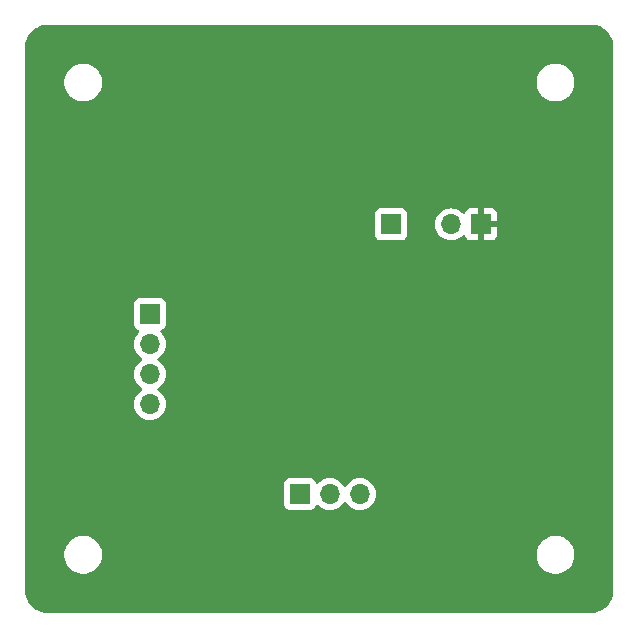
<source format=gbr>
%TF.GenerationSoftware,KiCad,Pcbnew,8.0.6*%
%TF.CreationDate,2024-12-20T03:38:08-05:00*%
%TF.ProjectId,MAX5719_breakout,4d415835-3731-4395-9f62-7265616b6f75,rev?*%
%TF.SameCoordinates,Original*%
%TF.FileFunction,Copper,L2,Bot*%
%TF.FilePolarity,Positive*%
%FSLAX46Y46*%
G04 Gerber Fmt 4.6, Leading zero omitted, Abs format (unit mm)*
G04 Created by KiCad (PCBNEW 8.0.6) date 2024-12-20 03:38:08*
%MOMM*%
%LPD*%
G01*
G04 APERTURE LIST*
%TA.AperFunction,ComponentPad*%
%ADD10R,1.700000X1.700000*%
%TD*%
%TA.AperFunction,ComponentPad*%
%ADD11O,1.700000X1.700000*%
%TD*%
G04 APERTURE END LIST*
D10*
%TO.P,J4,1,Pin_1*%
%TO.N,CS*%
X144399000Y-110617000D03*
D11*
%TO.P,J4,2,Pin_2*%
%TO.N,SCLK*%
X144399000Y-113157000D03*
%TO.P,J4,3,Pin_3*%
%TO.N,MOSI*%
X144399000Y-115697000D03*
%TO.P,J4,4,Pin_4*%
%TO.N,LDAC*%
X144399000Y-118237000D03*
%TD*%
D10*
%TO.P,J3,1,Pin_1*%
%TO.N,OE\u002A*%
X157099000Y-125857000D03*
D11*
%TO.P,J3,2,Pin_2*%
%TO.N,5vL*%
X159639000Y-125857000D03*
%TO.P,J3,3,Pin_3*%
%TO.N,DIR*%
X162179000Y-125857000D03*
%TD*%
D10*
%TO.P,J2,1,Pin_1*%
%TO.N,GND*%
X172440000Y-103010000D03*
D11*
%TO.P,J2,2,Pin_2*%
%TO.N,5vA*%
X169900000Y-103010000D03*
%TD*%
D10*
%TO.P,J1,1,Pin_1*%
%TO.N,AOUT*%
X164820000Y-103010000D03*
%TD*%
%TA.AperFunction,Conductor*%
%TO.N,GND*%
G36*
X181754042Y-86100765D02*
G01*
X181778041Y-86102337D01*
X181989839Y-86116219D01*
X182005900Y-86118334D01*
X182233662Y-86163639D01*
X182249316Y-86167834D01*
X182469218Y-86242481D01*
X182484189Y-86248682D01*
X182681453Y-86345961D01*
X182692460Y-86351390D01*
X182706506Y-86359500D01*
X182899583Y-86488509D01*
X182912452Y-86498383D01*
X183087038Y-86651492D01*
X183098507Y-86662961D01*
X183251616Y-86837547D01*
X183261490Y-86850416D01*
X183390499Y-87043493D01*
X183398609Y-87057539D01*
X183501314Y-87265803D01*
X183507521Y-87280788D01*
X183582163Y-87500676D01*
X183586361Y-87516343D01*
X183631663Y-87744087D01*
X183633781Y-87760169D01*
X183649235Y-87995956D01*
X183649500Y-88004066D01*
X183649500Y-133995933D01*
X183649235Y-134004043D01*
X183633781Y-134239830D01*
X183631663Y-134255912D01*
X183586361Y-134483656D01*
X183582163Y-134499323D01*
X183507521Y-134719211D01*
X183501314Y-134734196D01*
X183398609Y-134942460D01*
X183390499Y-134956506D01*
X183261490Y-135149583D01*
X183251616Y-135162452D01*
X183098507Y-135337038D01*
X183087038Y-135348507D01*
X182912452Y-135501616D01*
X182899583Y-135511490D01*
X182706506Y-135640499D01*
X182692460Y-135648609D01*
X182484196Y-135751314D01*
X182469211Y-135757521D01*
X182249323Y-135832163D01*
X182233656Y-135836361D01*
X182005912Y-135881663D01*
X181989830Y-135883781D01*
X181754043Y-135899235D01*
X181745933Y-135899500D01*
X135754067Y-135899500D01*
X135745957Y-135899235D01*
X135510169Y-135883781D01*
X135494087Y-135881663D01*
X135266343Y-135836361D01*
X135250676Y-135832163D01*
X135030788Y-135757521D01*
X135015803Y-135751314D01*
X134807539Y-135648609D01*
X134793493Y-135640499D01*
X134600416Y-135511490D01*
X134587547Y-135501616D01*
X134412961Y-135348507D01*
X134401492Y-135337038D01*
X134248383Y-135162452D01*
X134238509Y-135149583D01*
X134109500Y-134956506D01*
X134101390Y-134942460D01*
X134095749Y-134931021D01*
X133998682Y-134734189D01*
X133992481Y-134719218D01*
X133917834Y-134499316D01*
X133913638Y-134483656D01*
X133868334Y-134255900D01*
X133866219Y-134239839D01*
X133850765Y-134004042D01*
X133850500Y-133995933D01*
X133850500Y-130874038D01*
X137149500Y-130874038D01*
X137149500Y-131125961D01*
X137188910Y-131374785D01*
X137266760Y-131614383D01*
X137381132Y-131838848D01*
X137529201Y-132042649D01*
X137529205Y-132042654D01*
X137707345Y-132220794D01*
X137707350Y-132220798D01*
X137885117Y-132349952D01*
X137911155Y-132368870D01*
X138054184Y-132441747D01*
X138135616Y-132483239D01*
X138135618Y-132483239D01*
X138135621Y-132483241D01*
X138375215Y-132561090D01*
X138624038Y-132600500D01*
X138624039Y-132600500D01*
X138875961Y-132600500D01*
X138875962Y-132600500D01*
X139124785Y-132561090D01*
X139364379Y-132483241D01*
X139588845Y-132368870D01*
X139792656Y-132220793D01*
X139970793Y-132042656D01*
X140118870Y-131838845D01*
X140233241Y-131614379D01*
X140311090Y-131374785D01*
X140350500Y-131125962D01*
X140350500Y-130874038D01*
X177149500Y-130874038D01*
X177149500Y-131125961D01*
X177188910Y-131374785D01*
X177266760Y-131614383D01*
X177381132Y-131838848D01*
X177529201Y-132042649D01*
X177529205Y-132042654D01*
X177707345Y-132220794D01*
X177707350Y-132220798D01*
X177885117Y-132349952D01*
X177911155Y-132368870D01*
X178054184Y-132441747D01*
X178135616Y-132483239D01*
X178135618Y-132483239D01*
X178135621Y-132483241D01*
X178375215Y-132561090D01*
X178624038Y-132600500D01*
X178624039Y-132600500D01*
X178875961Y-132600500D01*
X178875962Y-132600500D01*
X179124785Y-132561090D01*
X179364379Y-132483241D01*
X179588845Y-132368870D01*
X179792656Y-132220793D01*
X179970793Y-132042656D01*
X180118870Y-131838845D01*
X180233241Y-131614379D01*
X180311090Y-131374785D01*
X180350500Y-131125962D01*
X180350500Y-130874038D01*
X180311090Y-130625215D01*
X180233241Y-130385621D01*
X180233239Y-130385618D01*
X180233239Y-130385616D01*
X180191747Y-130304184D01*
X180118870Y-130161155D01*
X180099952Y-130135117D01*
X179970798Y-129957350D01*
X179970794Y-129957345D01*
X179792654Y-129779205D01*
X179792649Y-129779201D01*
X179588848Y-129631132D01*
X179588847Y-129631131D01*
X179588845Y-129631130D01*
X179518747Y-129595413D01*
X179364383Y-129516760D01*
X179124785Y-129438910D01*
X178875962Y-129399500D01*
X178624038Y-129399500D01*
X178499626Y-129419205D01*
X178375214Y-129438910D01*
X178135616Y-129516760D01*
X177911151Y-129631132D01*
X177707350Y-129779201D01*
X177707345Y-129779205D01*
X177529205Y-129957345D01*
X177529201Y-129957350D01*
X177381132Y-130161151D01*
X177266760Y-130385616D01*
X177188910Y-130625214D01*
X177149500Y-130874038D01*
X140350500Y-130874038D01*
X140311090Y-130625215D01*
X140233241Y-130385621D01*
X140233239Y-130385618D01*
X140233239Y-130385616D01*
X140191747Y-130304184D01*
X140118870Y-130161155D01*
X140099952Y-130135117D01*
X139970798Y-129957350D01*
X139970794Y-129957345D01*
X139792654Y-129779205D01*
X139792649Y-129779201D01*
X139588848Y-129631132D01*
X139588847Y-129631131D01*
X139588845Y-129631130D01*
X139518747Y-129595413D01*
X139364383Y-129516760D01*
X139124785Y-129438910D01*
X138875962Y-129399500D01*
X138624038Y-129399500D01*
X138499626Y-129419205D01*
X138375214Y-129438910D01*
X138135616Y-129516760D01*
X137911151Y-129631132D01*
X137707350Y-129779201D01*
X137707345Y-129779205D01*
X137529205Y-129957345D01*
X137529201Y-129957350D01*
X137381132Y-130161151D01*
X137266760Y-130385616D01*
X137188910Y-130625214D01*
X137149500Y-130874038D01*
X133850500Y-130874038D01*
X133850500Y-124959135D01*
X155748500Y-124959135D01*
X155748500Y-126754870D01*
X155748501Y-126754876D01*
X155754908Y-126814483D01*
X155805202Y-126949328D01*
X155805206Y-126949335D01*
X155891452Y-127064544D01*
X155891455Y-127064547D01*
X156006664Y-127150793D01*
X156006671Y-127150797D01*
X156141517Y-127201091D01*
X156141516Y-127201091D01*
X156148444Y-127201835D01*
X156201127Y-127207500D01*
X157996872Y-127207499D01*
X158056483Y-127201091D01*
X158191331Y-127150796D01*
X158306546Y-127064546D01*
X158392796Y-126949331D01*
X158441810Y-126817916D01*
X158483681Y-126761984D01*
X158549145Y-126737566D01*
X158617418Y-126752417D01*
X158645673Y-126773569D01*
X158767599Y-126895495D01*
X158864384Y-126963265D01*
X158961165Y-127031032D01*
X158961167Y-127031033D01*
X158961170Y-127031035D01*
X159175337Y-127130903D01*
X159403592Y-127192063D01*
X159580034Y-127207500D01*
X159638999Y-127212659D01*
X159639000Y-127212659D01*
X159639001Y-127212659D01*
X159697966Y-127207500D01*
X159874408Y-127192063D01*
X160102663Y-127130903D01*
X160316830Y-127031035D01*
X160510401Y-126895495D01*
X160677495Y-126728401D01*
X160807425Y-126542842D01*
X160862002Y-126499217D01*
X160931500Y-126492023D01*
X160993855Y-126523546D01*
X161010575Y-126542842D01*
X161140500Y-126728395D01*
X161140505Y-126728401D01*
X161307599Y-126895495D01*
X161404384Y-126963265D01*
X161501165Y-127031032D01*
X161501167Y-127031033D01*
X161501170Y-127031035D01*
X161715337Y-127130903D01*
X161943592Y-127192063D01*
X162120034Y-127207500D01*
X162178999Y-127212659D01*
X162179000Y-127212659D01*
X162179001Y-127212659D01*
X162237966Y-127207500D01*
X162414408Y-127192063D01*
X162642663Y-127130903D01*
X162856830Y-127031035D01*
X163050401Y-126895495D01*
X163217495Y-126728401D01*
X163353035Y-126534830D01*
X163452903Y-126320663D01*
X163514063Y-126092408D01*
X163534659Y-125857000D01*
X163514063Y-125621592D01*
X163452903Y-125393337D01*
X163353035Y-125179171D01*
X163347425Y-125171158D01*
X163217494Y-124985597D01*
X163050402Y-124818506D01*
X163050395Y-124818501D01*
X162856834Y-124682967D01*
X162856830Y-124682965D01*
X162856828Y-124682964D01*
X162642663Y-124583097D01*
X162642659Y-124583096D01*
X162642655Y-124583094D01*
X162414413Y-124521938D01*
X162414403Y-124521936D01*
X162179001Y-124501341D01*
X162178999Y-124501341D01*
X161943596Y-124521936D01*
X161943586Y-124521938D01*
X161715344Y-124583094D01*
X161715335Y-124583098D01*
X161501171Y-124682964D01*
X161501169Y-124682965D01*
X161307597Y-124818505D01*
X161140505Y-124985597D01*
X161010575Y-125171158D01*
X160955998Y-125214783D01*
X160886500Y-125221977D01*
X160824145Y-125190454D01*
X160807425Y-125171158D01*
X160677494Y-124985597D01*
X160510402Y-124818506D01*
X160510395Y-124818501D01*
X160316834Y-124682967D01*
X160316830Y-124682965D01*
X160316828Y-124682964D01*
X160102663Y-124583097D01*
X160102659Y-124583096D01*
X160102655Y-124583094D01*
X159874413Y-124521938D01*
X159874403Y-124521936D01*
X159639001Y-124501341D01*
X159638999Y-124501341D01*
X159403596Y-124521936D01*
X159403586Y-124521938D01*
X159175344Y-124583094D01*
X159175335Y-124583098D01*
X158961171Y-124682964D01*
X158961169Y-124682965D01*
X158767600Y-124818503D01*
X158645673Y-124940430D01*
X158584350Y-124973914D01*
X158514658Y-124968930D01*
X158458725Y-124927058D01*
X158441810Y-124896081D01*
X158392797Y-124764671D01*
X158392793Y-124764664D01*
X158306547Y-124649455D01*
X158306544Y-124649452D01*
X158191335Y-124563206D01*
X158191328Y-124563202D01*
X158056482Y-124512908D01*
X158056483Y-124512908D01*
X157996883Y-124506501D01*
X157996881Y-124506500D01*
X157996873Y-124506500D01*
X157996864Y-124506500D01*
X156201129Y-124506500D01*
X156201123Y-124506501D01*
X156141516Y-124512908D01*
X156006671Y-124563202D01*
X156006664Y-124563206D01*
X155891455Y-124649452D01*
X155891452Y-124649455D01*
X155805206Y-124764664D01*
X155805202Y-124764671D01*
X155754908Y-124899517D01*
X155748501Y-124959116D01*
X155748500Y-124959135D01*
X133850500Y-124959135D01*
X133850500Y-113156999D01*
X143043341Y-113156999D01*
X143043341Y-113157000D01*
X143063936Y-113392403D01*
X143063938Y-113392413D01*
X143125094Y-113620655D01*
X143125096Y-113620659D01*
X143125097Y-113620663D01*
X143224965Y-113834830D01*
X143224967Y-113834834D01*
X143360501Y-114028395D01*
X143360506Y-114028402D01*
X143527597Y-114195493D01*
X143527603Y-114195498D01*
X143713158Y-114325425D01*
X143756783Y-114380002D01*
X143763977Y-114449500D01*
X143732454Y-114511855D01*
X143713158Y-114528575D01*
X143527597Y-114658505D01*
X143360505Y-114825597D01*
X143224965Y-115019169D01*
X143224964Y-115019171D01*
X143125098Y-115233335D01*
X143125094Y-115233344D01*
X143063938Y-115461586D01*
X143063936Y-115461596D01*
X143043341Y-115696999D01*
X143043341Y-115697000D01*
X143063936Y-115932403D01*
X143063938Y-115932413D01*
X143125094Y-116160655D01*
X143125096Y-116160659D01*
X143125097Y-116160663D01*
X143224965Y-116374830D01*
X143224967Y-116374834D01*
X143360501Y-116568395D01*
X143360506Y-116568402D01*
X143527597Y-116735493D01*
X143527603Y-116735498D01*
X143713158Y-116865425D01*
X143756783Y-116920002D01*
X143763977Y-116989500D01*
X143732454Y-117051855D01*
X143713158Y-117068575D01*
X143527597Y-117198505D01*
X143360505Y-117365597D01*
X143224965Y-117559169D01*
X143224964Y-117559171D01*
X143125098Y-117773335D01*
X143125094Y-117773344D01*
X143063938Y-118001586D01*
X143063936Y-118001596D01*
X143043341Y-118236999D01*
X143043341Y-118237000D01*
X143063936Y-118472403D01*
X143063938Y-118472413D01*
X143125094Y-118700655D01*
X143125096Y-118700659D01*
X143125097Y-118700663D01*
X143224965Y-118914830D01*
X143224967Y-118914834D01*
X143333281Y-119069521D01*
X143360505Y-119108401D01*
X143527599Y-119275495D01*
X143624384Y-119343265D01*
X143721165Y-119411032D01*
X143721167Y-119411033D01*
X143721170Y-119411035D01*
X143935337Y-119510903D01*
X144163592Y-119572063D01*
X144351918Y-119588539D01*
X144398999Y-119592659D01*
X144399000Y-119592659D01*
X144399001Y-119592659D01*
X144438234Y-119589226D01*
X144634408Y-119572063D01*
X144862663Y-119510903D01*
X145076830Y-119411035D01*
X145270401Y-119275495D01*
X145437495Y-119108401D01*
X145573035Y-118914830D01*
X145672903Y-118700663D01*
X145734063Y-118472408D01*
X145754659Y-118237000D01*
X145734063Y-118001592D01*
X145672903Y-117773337D01*
X145573035Y-117559171D01*
X145437495Y-117365599D01*
X145437494Y-117365597D01*
X145270402Y-117198506D01*
X145270396Y-117198501D01*
X145084842Y-117068575D01*
X145041217Y-117013998D01*
X145034023Y-116944500D01*
X145065546Y-116882145D01*
X145084842Y-116865425D01*
X145107026Y-116849891D01*
X145270401Y-116735495D01*
X145437495Y-116568401D01*
X145573035Y-116374830D01*
X145672903Y-116160663D01*
X145734063Y-115932408D01*
X145754659Y-115697000D01*
X145734063Y-115461592D01*
X145672903Y-115233337D01*
X145573035Y-115019171D01*
X145437495Y-114825599D01*
X145437494Y-114825597D01*
X145270402Y-114658506D01*
X145270396Y-114658501D01*
X145084842Y-114528575D01*
X145041217Y-114473998D01*
X145034023Y-114404500D01*
X145065546Y-114342145D01*
X145084842Y-114325425D01*
X145107026Y-114309891D01*
X145270401Y-114195495D01*
X145437495Y-114028401D01*
X145573035Y-113834830D01*
X145672903Y-113620663D01*
X145734063Y-113392408D01*
X145754659Y-113157000D01*
X145734063Y-112921592D01*
X145672903Y-112693337D01*
X145573035Y-112479171D01*
X145437495Y-112285599D01*
X145315567Y-112163671D01*
X145282084Y-112102351D01*
X145287068Y-112032659D01*
X145328939Y-111976725D01*
X145359915Y-111959810D01*
X145491331Y-111910796D01*
X145606546Y-111824546D01*
X145692796Y-111709331D01*
X145743091Y-111574483D01*
X145749500Y-111514873D01*
X145749499Y-109719128D01*
X145743091Y-109659517D01*
X145692796Y-109524669D01*
X145692795Y-109524668D01*
X145692793Y-109524664D01*
X145606547Y-109409455D01*
X145606544Y-109409452D01*
X145491335Y-109323206D01*
X145491328Y-109323202D01*
X145356482Y-109272908D01*
X145356483Y-109272908D01*
X145296883Y-109266501D01*
X145296881Y-109266500D01*
X145296873Y-109266500D01*
X145296864Y-109266500D01*
X143501129Y-109266500D01*
X143501123Y-109266501D01*
X143441516Y-109272908D01*
X143306671Y-109323202D01*
X143306664Y-109323206D01*
X143191455Y-109409452D01*
X143191452Y-109409455D01*
X143105206Y-109524664D01*
X143105202Y-109524671D01*
X143054908Y-109659517D01*
X143048501Y-109719116D01*
X143048501Y-109719123D01*
X143048500Y-109719135D01*
X143048500Y-111514870D01*
X143048501Y-111514876D01*
X143054908Y-111574483D01*
X143105202Y-111709328D01*
X143105206Y-111709335D01*
X143191452Y-111824544D01*
X143191455Y-111824547D01*
X143306664Y-111910793D01*
X143306671Y-111910797D01*
X143438081Y-111959810D01*
X143494015Y-112001681D01*
X143518432Y-112067145D01*
X143503580Y-112135418D01*
X143482430Y-112163673D01*
X143360503Y-112285600D01*
X143224965Y-112479169D01*
X143224964Y-112479171D01*
X143125098Y-112693335D01*
X143125094Y-112693344D01*
X143063938Y-112921586D01*
X143063936Y-112921596D01*
X143043341Y-113156999D01*
X133850500Y-113156999D01*
X133850500Y-102112135D01*
X163469500Y-102112135D01*
X163469500Y-103907870D01*
X163469501Y-103907876D01*
X163475908Y-103967483D01*
X163526202Y-104102328D01*
X163526206Y-104102335D01*
X163612452Y-104217544D01*
X163612455Y-104217547D01*
X163727664Y-104303793D01*
X163727671Y-104303797D01*
X163862517Y-104354091D01*
X163862516Y-104354091D01*
X163869444Y-104354835D01*
X163922127Y-104360500D01*
X165717872Y-104360499D01*
X165777483Y-104354091D01*
X165912331Y-104303796D01*
X166027546Y-104217546D01*
X166113796Y-104102331D01*
X166164091Y-103967483D01*
X166170500Y-103907873D01*
X166170499Y-103009999D01*
X168544341Y-103009999D01*
X168544341Y-103010000D01*
X168564936Y-103245403D01*
X168564938Y-103245413D01*
X168626094Y-103473655D01*
X168626096Y-103473659D01*
X168626097Y-103473663D01*
X168725965Y-103687830D01*
X168725967Y-103687834D01*
X168834281Y-103842521D01*
X168861505Y-103881401D01*
X169028599Y-104048495D01*
X169125384Y-104116265D01*
X169222165Y-104184032D01*
X169222167Y-104184033D01*
X169222170Y-104184035D01*
X169436337Y-104283903D01*
X169664592Y-104345063D01*
X169841034Y-104360500D01*
X169899999Y-104365659D01*
X169900000Y-104365659D01*
X169900001Y-104365659D01*
X169958966Y-104360500D01*
X170135408Y-104345063D01*
X170363663Y-104283903D01*
X170577830Y-104184035D01*
X170771401Y-104048495D01*
X170893717Y-103926178D01*
X170955036Y-103892696D01*
X171024728Y-103897680D01*
X171080662Y-103939551D01*
X171097577Y-103970528D01*
X171146646Y-104102088D01*
X171146649Y-104102093D01*
X171232809Y-104217187D01*
X171232812Y-104217190D01*
X171347906Y-104303350D01*
X171347913Y-104303354D01*
X171482620Y-104353596D01*
X171482627Y-104353598D01*
X171542155Y-104359999D01*
X171542172Y-104360000D01*
X172190000Y-104360000D01*
X172190000Y-103443012D01*
X172247007Y-103475925D01*
X172374174Y-103510000D01*
X172505826Y-103510000D01*
X172632993Y-103475925D01*
X172690000Y-103443012D01*
X172690000Y-104360000D01*
X173337828Y-104360000D01*
X173337844Y-104359999D01*
X173397372Y-104353598D01*
X173397379Y-104353596D01*
X173532086Y-104303354D01*
X173532093Y-104303350D01*
X173647187Y-104217190D01*
X173647190Y-104217187D01*
X173733350Y-104102093D01*
X173733354Y-104102086D01*
X173783596Y-103967379D01*
X173783598Y-103967372D01*
X173789999Y-103907844D01*
X173790000Y-103907827D01*
X173790000Y-103260000D01*
X172873012Y-103260000D01*
X172905925Y-103202993D01*
X172940000Y-103075826D01*
X172940000Y-102944174D01*
X172905925Y-102817007D01*
X172873012Y-102760000D01*
X173790000Y-102760000D01*
X173790000Y-102112172D01*
X173789999Y-102112155D01*
X173783598Y-102052627D01*
X173783596Y-102052620D01*
X173733354Y-101917913D01*
X173733350Y-101917906D01*
X173647190Y-101802812D01*
X173647187Y-101802809D01*
X173532093Y-101716649D01*
X173532086Y-101716645D01*
X173397379Y-101666403D01*
X173397372Y-101666401D01*
X173337844Y-101660000D01*
X172690000Y-101660000D01*
X172690000Y-102576988D01*
X172632993Y-102544075D01*
X172505826Y-102510000D01*
X172374174Y-102510000D01*
X172247007Y-102544075D01*
X172190000Y-102576988D01*
X172190000Y-101660000D01*
X171542155Y-101660000D01*
X171482627Y-101666401D01*
X171482620Y-101666403D01*
X171347913Y-101716645D01*
X171347906Y-101716649D01*
X171232812Y-101802809D01*
X171232809Y-101802812D01*
X171146649Y-101917906D01*
X171146645Y-101917913D01*
X171097578Y-102049470D01*
X171055707Y-102105404D01*
X170990242Y-102129821D01*
X170921969Y-102114969D01*
X170893715Y-102093819D01*
X170849366Y-102049470D01*
X170771401Y-101971505D01*
X170771397Y-101971502D01*
X170771396Y-101971501D01*
X170577834Y-101835967D01*
X170577830Y-101835965D01*
X170506727Y-101802809D01*
X170363663Y-101736097D01*
X170363659Y-101736096D01*
X170363655Y-101736094D01*
X170135413Y-101674938D01*
X170135403Y-101674936D01*
X169900001Y-101654341D01*
X169899999Y-101654341D01*
X169664596Y-101674936D01*
X169664586Y-101674938D01*
X169436344Y-101736094D01*
X169436335Y-101736098D01*
X169222171Y-101835964D01*
X169222169Y-101835965D01*
X169028597Y-101971505D01*
X168861505Y-102138597D01*
X168725965Y-102332169D01*
X168725964Y-102332171D01*
X168626098Y-102546335D01*
X168626094Y-102546344D01*
X168564938Y-102774586D01*
X168564936Y-102774596D01*
X168544341Y-103009999D01*
X166170499Y-103009999D01*
X166170499Y-102112128D01*
X166164091Y-102052517D01*
X166113884Y-101917906D01*
X166113797Y-101917671D01*
X166113793Y-101917664D01*
X166027547Y-101802455D01*
X166027544Y-101802452D01*
X165912335Y-101716206D01*
X165912328Y-101716202D01*
X165777482Y-101665908D01*
X165777483Y-101665908D01*
X165717883Y-101659501D01*
X165717881Y-101659500D01*
X165717873Y-101659500D01*
X165717864Y-101659500D01*
X163922129Y-101659500D01*
X163922123Y-101659501D01*
X163862516Y-101665908D01*
X163727671Y-101716202D01*
X163727664Y-101716206D01*
X163612455Y-101802452D01*
X163612452Y-101802455D01*
X163526206Y-101917664D01*
X163526202Y-101917671D01*
X163475908Y-102052517D01*
X163471468Y-102093819D01*
X163469501Y-102112123D01*
X163469500Y-102112135D01*
X133850500Y-102112135D01*
X133850500Y-90874038D01*
X137149500Y-90874038D01*
X137149500Y-91125961D01*
X137188910Y-91374785D01*
X137266760Y-91614383D01*
X137381132Y-91838848D01*
X137529201Y-92042649D01*
X137529205Y-92042654D01*
X137707345Y-92220794D01*
X137707350Y-92220798D01*
X137885117Y-92349952D01*
X137911155Y-92368870D01*
X138054184Y-92441747D01*
X138135616Y-92483239D01*
X138135618Y-92483239D01*
X138135621Y-92483241D01*
X138375215Y-92561090D01*
X138624038Y-92600500D01*
X138624039Y-92600500D01*
X138875961Y-92600500D01*
X138875962Y-92600500D01*
X139124785Y-92561090D01*
X139364379Y-92483241D01*
X139588845Y-92368870D01*
X139792656Y-92220793D01*
X139970793Y-92042656D01*
X140118870Y-91838845D01*
X140233241Y-91614379D01*
X140311090Y-91374785D01*
X140350500Y-91125962D01*
X140350500Y-90874038D01*
X177149500Y-90874038D01*
X177149500Y-91125961D01*
X177188910Y-91374785D01*
X177266760Y-91614383D01*
X177381132Y-91838848D01*
X177529201Y-92042649D01*
X177529205Y-92042654D01*
X177707345Y-92220794D01*
X177707350Y-92220798D01*
X177885117Y-92349952D01*
X177911155Y-92368870D01*
X178054184Y-92441747D01*
X178135616Y-92483239D01*
X178135618Y-92483239D01*
X178135621Y-92483241D01*
X178375215Y-92561090D01*
X178624038Y-92600500D01*
X178624039Y-92600500D01*
X178875961Y-92600500D01*
X178875962Y-92600500D01*
X179124785Y-92561090D01*
X179364379Y-92483241D01*
X179588845Y-92368870D01*
X179792656Y-92220793D01*
X179970793Y-92042656D01*
X180118870Y-91838845D01*
X180233241Y-91614379D01*
X180311090Y-91374785D01*
X180350500Y-91125962D01*
X180350500Y-90874038D01*
X180311090Y-90625215D01*
X180233241Y-90385621D01*
X180233239Y-90385618D01*
X180233239Y-90385616D01*
X180191747Y-90304184D01*
X180118870Y-90161155D01*
X180099952Y-90135117D01*
X179970798Y-89957350D01*
X179970794Y-89957345D01*
X179792654Y-89779205D01*
X179792649Y-89779201D01*
X179588848Y-89631132D01*
X179588847Y-89631131D01*
X179588845Y-89631130D01*
X179518747Y-89595413D01*
X179364383Y-89516760D01*
X179124785Y-89438910D01*
X178875962Y-89399500D01*
X178624038Y-89399500D01*
X178499626Y-89419205D01*
X178375214Y-89438910D01*
X178135616Y-89516760D01*
X177911151Y-89631132D01*
X177707350Y-89779201D01*
X177707345Y-89779205D01*
X177529205Y-89957345D01*
X177529201Y-89957350D01*
X177381132Y-90161151D01*
X177266760Y-90385616D01*
X177188910Y-90625214D01*
X177149500Y-90874038D01*
X140350500Y-90874038D01*
X140311090Y-90625215D01*
X140233241Y-90385621D01*
X140233239Y-90385618D01*
X140233239Y-90385616D01*
X140191747Y-90304184D01*
X140118870Y-90161155D01*
X140099952Y-90135117D01*
X139970798Y-89957350D01*
X139970794Y-89957345D01*
X139792654Y-89779205D01*
X139792649Y-89779201D01*
X139588848Y-89631132D01*
X139588847Y-89631131D01*
X139588845Y-89631130D01*
X139518747Y-89595413D01*
X139364383Y-89516760D01*
X139124785Y-89438910D01*
X138875962Y-89399500D01*
X138624038Y-89399500D01*
X138499626Y-89419205D01*
X138375214Y-89438910D01*
X138135616Y-89516760D01*
X137911151Y-89631132D01*
X137707350Y-89779201D01*
X137707345Y-89779205D01*
X137529205Y-89957345D01*
X137529201Y-89957350D01*
X137381132Y-90161151D01*
X137266760Y-90385616D01*
X137188910Y-90625214D01*
X137149500Y-90874038D01*
X133850500Y-90874038D01*
X133850500Y-88004066D01*
X133850765Y-87995957D01*
X133859523Y-87862326D01*
X133866219Y-87760158D01*
X133868334Y-87744101D01*
X133913640Y-87516333D01*
X133917833Y-87500686D01*
X133992482Y-87280776D01*
X133998679Y-87265816D01*
X134101393Y-87057533D01*
X134109500Y-87043493D01*
X134238509Y-86850416D01*
X134248374Y-86837558D01*
X134401497Y-86662955D01*
X134412955Y-86651497D01*
X134587558Y-86498374D01*
X134600411Y-86488512D01*
X134793493Y-86359500D01*
X134807533Y-86351393D01*
X135015816Y-86248679D01*
X135030776Y-86242482D01*
X135250686Y-86167833D01*
X135266333Y-86163640D01*
X135494101Y-86118334D01*
X135510158Y-86116219D01*
X135723768Y-86102219D01*
X135745958Y-86100765D01*
X135754067Y-86100500D01*
X135776929Y-86100500D01*
X181723071Y-86100500D01*
X181745933Y-86100500D01*
X181754042Y-86100765D01*
G37*
%TD.AperFunction*%
%TD*%
M02*

</source>
